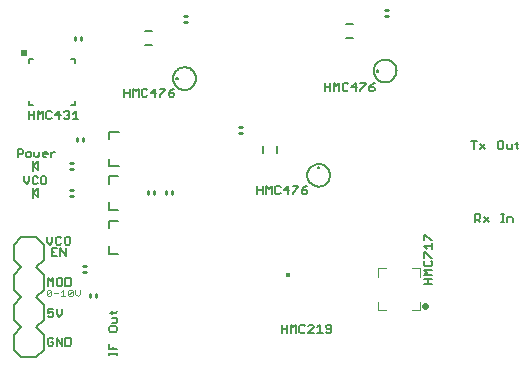
<source format=gto>
G75*
%MOIN*%
%OFA0B0*%
%FSLAX24Y24*%
%IPPOS*%
%LPD*%
%AMOC8*
5,1,8,0,0,1.08239X$1,22.5*
%
%ADD10C,0.0050*%
%ADD11C,0.0040*%
%ADD12C,0.0130*%
%ADD13C,0.0060*%
%ADD14C,0.0070*%
%ADD15C,0.0100*%
%ADD16C,0.0080*%
%ADD17C,0.0240*%
%ADD18C,0.0157*%
D10*
X002287Y002693D02*
X002378Y002693D01*
X002423Y002738D01*
X002423Y002828D01*
X002333Y002828D01*
X002423Y002918D02*
X002378Y002963D01*
X002287Y002963D01*
X002242Y002918D01*
X002242Y002738D01*
X002287Y002693D01*
X002537Y002693D02*
X002537Y002963D01*
X002717Y002693D01*
X002717Y002963D01*
X002832Y002963D02*
X002967Y002963D01*
X003012Y002918D01*
X003012Y002738D01*
X002967Y002693D01*
X002832Y002693D01*
X002832Y002963D01*
X002627Y003655D02*
X002717Y003745D01*
X002717Y003926D01*
X002537Y003926D02*
X002537Y003745D01*
X002627Y003655D01*
X002423Y003700D02*
X002423Y003790D01*
X002378Y003835D01*
X002333Y003835D01*
X002242Y003790D01*
X002242Y003926D01*
X002423Y003926D01*
X002423Y003700D02*
X002378Y003655D01*
X002287Y003655D01*
X002242Y003700D01*
X002242Y004687D02*
X002242Y004957D01*
X002333Y004867D01*
X002423Y004957D01*
X002423Y004687D01*
X002537Y004732D02*
X002537Y004912D01*
X002582Y004957D01*
X002672Y004957D01*
X002717Y004912D01*
X002717Y004732D01*
X002672Y004687D01*
X002582Y004687D01*
X002537Y004732D01*
X002832Y004687D02*
X002832Y004957D01*
X002967Y004957D01*
X003012Y004912D01*
X003012Y004732D01*
X002967Y004687D01*
X002832Y004687D01*
X002842Y005687D02*
X002842Y005957D01*
X002846Y006062D02*
X002936Y006062D01*
X002981Y006107D01*
X002981Y006287D01*
X002936Y006332D01*
X002846Y006332D01*
X002800Y006287D01*
X002800Y006107D01*
X002846Y006062D01*
X002686Y006107D02*
X002641Y006062D01*
X002551Y006062D01*
X002506Y006107D01*
X002506Y006287D01*
X002551Y006332D01*
X002641Y006332D01*
X002686Y006287D01*
X002391Y006332D02*
X002391Y006152D01*
X002301Y006062D01*
X002211Y006152D01*
X002211Y006332D01*
X002367Y005957D02*
X002367Y005687D01*
X002548Y005687D01*
X002662Y005687D02*
X002662Y005957D01*
X002842Y005687D01*
X002548Y005957D02*
X002367Y005957D01*
X002367Y005822D02*
X002458Y005822D01*
X004375Y003839D02*
X004375Y003749D01*
X004330Y003794D02*
X004510Y003794D01*
X004555Y003839D01*
X004555Y003635D02*
X004375Y003635D01*
X004555Y003635D02*
X004555Y003499D01*
X004510Y003454D01*
X004375Y003454D01*
X004330Y003340D02*
X004285Y003295D01*
X004285Y003205D01*
X004330Y003160D01*
X004510Y003160D01*
X004555Y003205D01*
X004555Y003295D01*
X004510Y003340D01*
X004330Y003340D01*
X004285Y002751D02*
X004285Y002570D01*
X004555Y002570D01*
X004555Y002464D02*
X004555Y002374D01*
X004555Y002419D02*
X004285Y002419D01*
X004285Y002374D02*
X004285Y002464D01*
X004420Y002570D02*
X004420Y002661D01*
X010042Y003124D02*
X010042Y003394D01*
X010042Y003259D02*
X010223Y003259D01*
X010223Y003394D02*
X010223Y003124D01*
X010337Y003124D02*
X010337Y003394D01*
X010427Y003304D01*
X010517Y003394D01*
X010517Y003124D01*
X010632Y003169D02*
X010677Y003124D01*
X010767Y003124D01*
X010812Y003169D01*
X010926Y003124D02*
X011107Y003304D01*
X011107Y003349D01*
X011062Y003394D01*
X010971Y003394D01*
X010926Y003349D01*
X010812Y003349D02*
X010767Y003394D01*
X010677Y003394D01*
X010632Y003349D01*
X010632Y003169D01*
X010926Y003124D02*
X011107Y003124D01*
X011221Y003124D02*
X011401Y003124D01*
X011311Y003124D02*
X011311Y003394D01*
X011221Y003304D01*
X011516Y003304D02*
X011561Y003259D01*
X011696Y003259D01*
X011696Y003169D02*
X011696Y003349D01*
X011651Y003394D01*
X011561Y003394D01*
X011516Y003349D01*
X011516Y003304D01*
X011516Y003169D02*
X011561Y003124D01*
X011651Y003124D01*
X011696Y003169D01*
X014785Y004749D02*
X015055Y004749D01*
X014920Y004749D02*
X014920Y004929D01*
X014785Y004929D02*
X015055Y004929D01*
X015055Y005044D02*
X014785Y005044D01*
X014875Y005134D01*
X014785Y005224D01*
X015055Y005224D01*
X015010Y005338D02*
X014830Y005338D01*
X014785Y005383D01*
X014785Y005473D01*
X014830Y005519D01*
X014785Y005633D02*
X014785Y005813D01*
X014830Y005813D01*
X015010Y005633D01*
X015055Y005633D01*
X015010Y005519D02*
X015055Y005473D01*
X015055Y005383D01*
X015010Y005338D01*
X015055Y005928D02*
X015055Y006108D01*
X015055Y006018D02*
X014785Y006018D01*
X014875Y005928D01*
X014785Y006222D02*
X014785Y006402D01*
X014830Y006402D01*
X015010Y006222D01*
X015055Y006222D01*
X016480Y006812D02*
X016480Y007082D01*
X016615Y007082D01*
X016660Y007037D01*
X016660Y006947D01*
X016615Y006902D01*
X016480Y006902D01*
X016570Y006902D02*
X016660Y006812D01*
X016775Y006812D02*
X016955Y006992D01*
X016775Y006992D02*
X016955Y006812D01*
X017364Y006812D02*
X017454Y006812D01*
X017409Y006812D02*
X017409Y007082D01*
X017364Y007082D02*
X017454Y007082D01*
X017560Y006992D02*
X017695Y006992D01*
X017740Y006947D01*
X017740Y006812D01*
X017560Y006812D02*
X017560Y006992D01*
X017579Y009249D02*
X017534Y009294D01*
X017534Y009429D01*
X017419Y009474D02*
X017374Y009519D01*
X017284Y009519D01*
X017239Y009474D01*
X017239Y009294D01*
X017284Y009249D01*
X017374Y009249D01*
X017419Y009294D01*
X017419Y009474D01*
X017714Y009429D02*
X017714Y009249D01*
X017579Y009249D01*
X017873Y009294D02*
X017918Y009249D01*
X017873Y009294D02*
X017873Y009474D01*
X017828Y009429D02*
X017918Y009429D01*
X016830Y009429D02*
X016650Y009249D01*
X016650Y009429D02*
X016830Y009249D01*
X016445Y009249D02*
X016445Y009519D01*
X016355Y009519D02*
X016535Y009519D01*
X013106Y011855D02*
X013108Y011893D01*
X013114Y011931D01*
X013123Y011969D01*
X013137Y012005D01*
X013154Y012039D01*
X013174Y012072D01*
X013198Y012103D01*
X013224Y012130D01*
X013253Y012155D01*
X013285Y012177D01*
X013319Y012196D01*
X013354Y012211D01*
X013391Y012223D01*
X013428Y012231D01*
X013467Y012235D01*
X013505Y012235D01*
X013544Y012231D01*
X013581Y012223D01*
X013618Y012211D01*
X013653Y012196D01*
X013687Y012177D01*
X013719Y012155D01*
X013748Y012130D01*
X013774Y012103D01*
X013798Y012072D01*
X013818Y012039D01*
X013835Y012005D01*
X013849Y011969D01*
X013858Y011931D01*
X013864Y011893D01*
X013866Y011855D01*
X013864Y011817D01*
X013858Y011779D01*
X013849Y011741D01*
X013835Y011705D01*
X013818Y011671D01*
X013798Y011638D01*
X013774Y011607D01*
X013748Y011580D01*
X013719Y011555D01*
X013687Y011533D01*
X013653Y011514D01*
X013618Y011499D01*
X013581Y011487D01*
X013544Y011479D01*
X013505Y011475D01*
X013467Y011475D01*
X013428Y011479D01*
X013391Y011487D01*
X013354Y011499D01*
X013319Y011514D01*
X013285Y011533D01*
X013253Y011555D01*
X013224Y011580D01*
X013198Y011607D01*
X013174Y011638D01*
X013154Y011671D01*
X013137Y011705D01*
X013123Y011741D01*
X013114Y011779D01*
X013108Y011817D01*
X013106Y011855D01*
X013211Y011855D02*
X013213Y011865D01*
X013218Y011873D01*
X013226Y011878D01*
X013236Y011880D01*
X013246Y011878D01*
X013254Y011873D01*
X013259Y011865D01*
X013261Y011855D01*
X013259Y011845D01*
X013254Y011837D01*
X013246Y011832D01*
X013236Y011830D01*
X013226Y011832D01*
X013218Y011837D01*
X013213Y011845D01*
X013211Y011855D01*
X013133Y011457D02*
X013043Y011412D01*
X012953Y011322D01*
X013088Y011322D01*
X013133Y011277D01*
X013133Y011232D01*
X013088Y011187D01*
X012998Y011187D01*
X012953Y011232D01*
X012953Y011322D01*
X012839Y011412D02*
X012659Y011232D01*
X012659Y011187D01*
X012499Y011187D02*
X012499Y011457D01*
X012364Y011322D01*
X012544Y011322D01*
X012659Y011457D02*
X012839Y011457D01*
X012839Y011412D01*
X012249Y011412D02*
X012204Y011457D01*
X012114Y011457D01*
X012069Y011412D01*
X012069Y011232D01*
X012114Y011187D01*
X012204Y011187D01*
X012249Y011232D01*
X011955Y011187D02*
X011955Y011457D01*
X011865Y011367D01*
X011775Y011457D01*
X011775Y011187D01*
X011660Y011187D02*
X011660Y011457D01*
X011660Y011322D02*
X011480Y011322D01*
X011480Y011187D02*
X011480Y011457D01*
X011242Y008630D02*
X011244Y008640D01*
X011249Y008648D01*
X011257Y008653D01*
X011267Y008655D01*
X011277Y008653D01*
X011285Y008648D01*
X011290Y008640D01*
X011292Y008630D01*
X011290Y008620D01*
X011285Y008612D01*
X011277Y008607D01*
X011267Y008605D01*
X011257Y008607D01*
X011249Y008612D01*
X011244Y008620D01*
X011242Y008630D01*
X010887Y008380D02*
X010889Y008418D01*
X010895Y008456D01*
X010904Y008494D01*
X010918Y008530D01*
X010935Y008564D01*
X010955Y008597D01*
X010979Y008628D01*
X011005Y008655D01*
X011034Y008680D01*
X011066Y008702D01*
X011100Y008721D01*
X011135Y008736D01*
X011172Y008748D01*
X011209Y008756D01*
X011248Y008760D01*
X011286Y008760D01*
X011325Y008756D01*
X011362Y008748D01*
X011399Y008736D01*
X011434Y008721D01*
X011468Y008702D01*
X011500Y008680D01*
X011529Y008655D01*
X011555Y008628D01*
X011579Y008597D01*
X011599Y008564D01*
X011616Y008530D01*
X011630Y008494D01*
X011639Y008456D01*
X011645Y008418D01*
X011647Y008380D01*
X011645Y008342D01*
X011639Y008304D01*
X011630Y008266D01*
X011616Y008230D01*
X011599Y008196D01*
X011579Y008163D01*
X011555Y008132D01*
X011529Y008105D01*
X011500Y008080D01*
X011468Y008058D01*
X011434Y008039D01*
X011399Y008024D01*
X011362Y008012D01*
X011325Y008004D01*
X011286Y008000D01*
X011248Y008000D01*
X011209Y008004D01*
X011172Y008012D01*
X011135Y008024D01*
X011100Y008039D01*
X011066Y008058D01*
X011034Y008080D01*
X011005Y008105D01*
X010979Y008132D01*
X010955Y008163D01*
X010935Y008196D01*
X010918Y008230D01*
X010904Y008266D01*
X010895Y008304D01*
X010889Y008342D01*
X010887Y008380D01*
X010883Y008019D02*
X010793Y007974D01*
X010703Y007884D01*
X010838Y007884D01*
X010883Y007839D01*
X010883Y007794D01*
X010838Y007749D01*
X010748Y007749D01*
X010703Y007794D01*
X010703Y007884D01*
X010589Y007974D02*
X010409Y007794D01*
X010409Y007749D01*
X010249Y007749D02*
X010249Y008019D01*
X010114Y007884D01*
X010294Y007884D01*
X010409Y008019D02*
X010589Y008019D01*
X010589Y007974D01*
X009999Y007974D02*
X009954Y008019D01*
X009864Y008019D01*
X009819Y007974D01*
X009819Y007794D01*
X009864Y007749D01*
X009954Y007749D01*
X009999Y007794D01*
X009705Y007749D02*
X009705Y008019D01*
X009615Y007929D01*
X009525Y008019D01*
X009525Y007749D01*
X009410Y007749D02*
X009410Y008019D01*
X009410Y007884D02*
X009230Y007884D01*
X009230Y007749D02*
X009230Y008019D01*
X006401Y010999D02*
X006446Y011044D01*
X006446Y011089D01*
X006401Y011134D01*
X006266Y011134D01*
X006266Y011044D01*
X006311Y010999D01*
X006401Y010999D01*
X006266Y011134D02*
X006356Y011224D01*
X006446Y011269D01*
X006151Y011269D02*
X006151Y011224D01*
X005971Y011044D01*
X005971Y010999D01*
X005812Y010999D02*
X005812Y011269D01*
X005676Y011134D01*
X005857Y011134D01*
X005971Y011269D02*
X006151Y011269D01*
X006524Y011599D02*
X006526Y011609D01*
X006531Y011617D01*
X006539Y011622D01*
X006549Y011624D01*
X006559Y011622D01*
X006567Y011617D01*
X006572Y011609D01*
X006574Y011599D01*
X006572Y011589D01*
X006567Y011581D01*
X006559Y011576D01*
X006549Y011574D01*
X006539Y011576D01*
X006531Y011581D01*
X006526Y011589D01*
X006524Y011599D01*
X006419Y011599D02*
X006421Y011637D01*
X006427Y011675D01*
X006436Y011713D01*
X006450Y011749D01*
X006467Y011783D01*
X006487Y011816D01*
X006511Y011847D01*
X006537Y011874D01*
X006566Y011899D01*
X006598Y011921D01*
X006632Y011940D01*
X006667Y011955D01*
X006704Y011967D01*
X006741Y011975D01*
X006780Y011979D01*
X006818Y011979D01*
X006857Y011975D01*
X006894Y011967D01*
X006931Y011955D01*
X006966Y011940D01*
X007000Y011921D01*
X007032Y011899D01*
X007061Y011874D01*
X007087Y011847D01*
X007111Y011816D01*
X007131Y011783D01*
X007148Y011749D01*
X007162Y011713D01*
X007171Y011675D01*
X007177Y011637D01*
X007179Y011599D01*
X007177Y011561D01*
X007171Y011523D01*
X007162Y011485D01*
X007148Y011449D01*
X007131Y011415D01*
X007111Y011382D01*
X007087Y011351D01*
X007061Y011324D01*
X007032Y011299D01*
X007000Y011277D01*
X006966Y011258D01*
X006931Y011243D01*
X006894Y011231D01*
X006857Y011223D01*
X006818Y011219D01*
X006780Y011219D01*
X006741Y011223D01*
X006704Y011231D01*
X006667Y011243D01*
X006632Y011258D01*
X006598Y011277D01*
X006566Y011299D01*
X006537Y011324D01*
X006511Y011351D01*
X006487Y011382D01*
X006467Y011415D01*
X006450Y011449D01*
X006436Y011485D01*
X006427Y011523D01*
X006421Y011561D01*
X006419Y011599D01*
X005562Y011224D02*
X005517Y011269D01*
X005427Y011269D01*
X005382Y011224D01*
X005382Y011044D01*
X005427Y010999D01*
X005517Y010999D01*
X005562Y011044D01*
X005267Y010999D02*
X005267Y011269D01*
X005177Y011179D01*
X005087Y011269D01*
X005087Y010999D01*
X004973Y010999D02*
X004973Y011269D01*
X004973Y011134D02*
X004792Y011134D01*
X004792Y010999D02*
X004792Y011269D01*
X003258Y010249D02*
X003078Y010249D01*
X003168Y010249D02*
X003168Y010519D01*
X003078Y010429D01*
X002964Y010429D02*
X002919Y010384D01*
X002964Y010339D01*
X002964Y010294D01*
X002919Y010249D01*
X002829Y010249D01*
X002784Y010294D01*
X002874Y010384D02*
X002919Y010384D01*
X002964Y010429D02*
X002964Y010474D01*
X002919Y010519D01*
X002829Y010519D01*
X002784Y010474D01*
X002669Y010384D02*
X002489Y010384D01*
X002624Y010519D01*
X002624Y010249D01*
X002374Y010294D02*
X002329Y010249D01*
X002239Y010249D01*
X002194Y010294D01*
X002194Y010474D01*
X002239Y010519D01*
X002329Y010519D01*
X002374Y010474D01*
X002080Y010519D02*
X002080Y010249D01*
X001900Y010249D02*
X001900Y010519D01*
X001990Y010429D01*
X002080Y010519D01*
X001785Y010519D02*
X001785Y010249D01*
X001785Y010384D02*
X001605Y010384D01*
X001605Y010249D02*
X001605Y010519D01*
X001368Y009243D02*
X001242Y009243D01*
X001242Y008993D01*
X001242Y009076D02*
X001368Y009076D01*
X001409Y009118D01*
X001409Y009201D01*
X001368Y009243D01*
X001519Y009118D02*
X001519Y009035D01*
X001560Y008993D01*
X001644Y008993D01*
X001685Y009035D01*
X001685Y009118D01*
X001644Y009160D01*
X001560Y009160D01*
X001519Y009118D01*
X001795Y009160D02*
X001795Y009035D01*
X001837Y008993D01*
X001878Y009035D01*
X001920Y008993D01*
X001962Y009035D01*
X001962Y009160D01*
X002071Y009118D02*
X002113Y009160D01*
X002196Y009160D01*
X002238Y009118D01*
X002238Y009076D01*
X002071Y009076D01*
X002071Y009035D02*
X002071Y009118D01*
X002071Y009035D02*
X002113Y008993D01*
X002196Y008993D01*
X002347Y008993D02*
X002347Y009160D01*
X002347Y009076D02*
X002431Y009160D01*
X002472Y009160D01*
X002139Y008337D02*
X002055Y008337D01*
X002014Y008295D01*
X002014Y008128D01*
X002055Y008087D01*
X002139Y008087D01*
X002180Y008128D01*
X002180Y008295D01*
X002139Y008337D01*
X001904Y008295D02*
X001863Y008337D01*
X001779Y008337D01*
X001737Y008295D01*
X001737Y008128D01*
X001779Y008087D01*
X001863Y008087D01*
X001904Y008128D01*
X001628Y008170D02*
X001628Y008337D01*
X001461Y008337D02*
X001461Y008170D01*
X001545Y008087D01*
X001628Y008170D01*
D11*
X002243Y004558D02*
X002316Y004558D01*
X002353Y004521D01*
X002206Y004375D01*
X002243Y004338D01*
X002316Y004338D01*
X002353Y004375D01*
X002353Y004521D01*
X002243Y004558D02*
X002206Y004521D01*
X002206Y004375D01*
X002446Y004448D02*
X002592Y004448D01*
X002685Y004485D02*
X002758Y004558D01*
X002758Y004338D01*
X002685Y004338D02*
X002832Y004338D01*
X002924Y004375D02*
X003071Y004521D01*
X003071Y004375D01*
X003035Y004338D01*
X002961Y004338D01*
X002924Y004375D01*
X002924Y004521D01*
X002961Y004558D01*
X003035Y004558D01*
X003071Y004521D01*
X003164Y004558D02*
X003164Y004411D01*
X003237Y004338D01*
X003311Y004411D01*
X003311Y004558D01*
X013255Y004147D02*
X013255Y003872D01*
X013530Y003872D01*
X014380Y003872D02*
X014655Y003872D01*
X014655Y004147D01*
X014655Y004997D02*
X014655Y005272D01*
X014380Y005272D01*
X013530Y005272D02*
X013255Y005272D01*
X013255Y004997D01*
D12*
X014786Y004005D02*
X014788Y004018D01*
X014794Y004030D01*
X014803Y004039D01*
X014814Y004046D01*
X014827Y004049D01*
X014840Y004048D01*
X014852Y004043D01*
X014862Y004035D01*
X014870Y004024D01*
X014874Y004012D01*
X014874Y003998D01*
X014870Y003986D01*
X014862Y003975D01*
X014852Y003967D01*
X014840Y003962D01*
X014827Y003961D01*
X014814Y003964D01*
X014803Y003971D01*
X014794Y003980D01*
X014788Y003992D01*
X014786Y004005D01*
D13*
X009879Y009106D02*
X009879Y009342D01*
X009406Y009342D02*
X009406Y009106D01*
X005730Y012707D02*
X005494Y012707D01*
X005494Y013179D02*
X005730Y013179D01*
X004609Y009805D02*
X004289Y009805D01*
X004289Y009586D01*
X004289Y008905D02*
X004289Y008686D01*
X004609Y008686D01*
X012181Y012957D02*
X012417Y012957D01*
X012417Y013429D02*
X012181Y013429D01*
D14*
X001900Y008843D02*
X001900Y008543D01*
X001759Y008693D01*
X001760Y008693D02*
X001900Y008843D01*
X001760Y008863D02*
X001760Y008693D01*
X001760Y008523D01*
X001760Y007957D02*
X001760Y007787D01*
X001900Y007937D01*
X001900Y007637D01*
X001759Y007787D01*
X001760Y007787D02*
X001760Y007617D01*
D15*
X002967Y007687D02*
X003067Y007687D01*
X003067Y007887D02*
X002967Y007887D01*
X002967Y008593D02*
X003067Y008593D01*
X003067Y008793D02*
X002967Y008793D01*
X003230Y009510D02*
X003230Y009610D01*
X003430Y009610D02*
X003430Y009510D01*
X005574Y007837D02*
X005574Y007737D01*
X005774Y007737D02*
X005774Y007837D01*
X006167Y007837D02*
X006167Y007737D01*
X006367Y007737D02*
X006367Y007837D01*
X008611Y009770D02*
X008711Y009770D01*
X008711Y009970D02*
X008611Y009970D01*
X006868Y013499D02*
X006768Y013499D01*
X006768Y013699D02*
X006868Y013699D01*
X003355Y012993D02*
X003355Y012893D01*
X003155Y012893D02*
X003155Y012993D01*
X003405Y005355D02*
X003505Y005355D01*
X003505Y005155D02*
X003405Y005155D01*
X003655Y004430D02*
X003655Y004330D01*
X003855Y004330D02*
X003855Y004430D01*
X013476Y013687D02*
X013576Y013687D01*
X013576Y013887D02*
X013476Y013887D01*
D16*
X001361Y002318D02*
X001111Y002568D01*
X001111Y003068D01*
X001361Y003318D01*
X001111Y003568D01*
X001111Y004068D01*
X001361Y004318D01*
X001111Y004568D01*
X001111Y005068D01*
X001361Y005318D01*
X001111Y005568D01*
X001111Y006068D01*
X001361Y006318D01*
X001861Y006318D01*
X002111Y006068D01*
X002111Y005568D01*
X001861Y005318D01*
X002111Y005068D01*
X002111Y004568D01*
X001861Y004318D01*
X002111Y004068D01*
X002111Y003568D01*
X001861Y003318D01*
X002111Y003068D01*
X002111Y002568D01*
X001861Y002318D01*
X001361Y002318D01*
X004273Y005767D02*
X004588Y005767D01*
X004273Y005767D02*
X004273Y006003D01*
X004273Y006633D02*
X004273Y006869D01*
X004588Y006869D01*
X004588Y007235D02*
X004273Y007235D01*
X004273Y007472D01*
X004273Y008102D02*
X004273Y008338D01*
X004588Y008338D01*
X003160Y010731D02*
X003022Y010731D01*
X003160Y010731D02*
X003160Y010869D01*
X001763Y010731D02*
X001625Y010731D01*
X001625Y010869D01*
X001625Y012129D02*
X001625Y012267D01*
X001763Y012267D01*
X003022Y012267D02*
X003160Y012267D01*
X003160Y012129D01*
D17*
X001455Y012437D03*
D18*
X010249Y005040D03*
M02*

</source>
